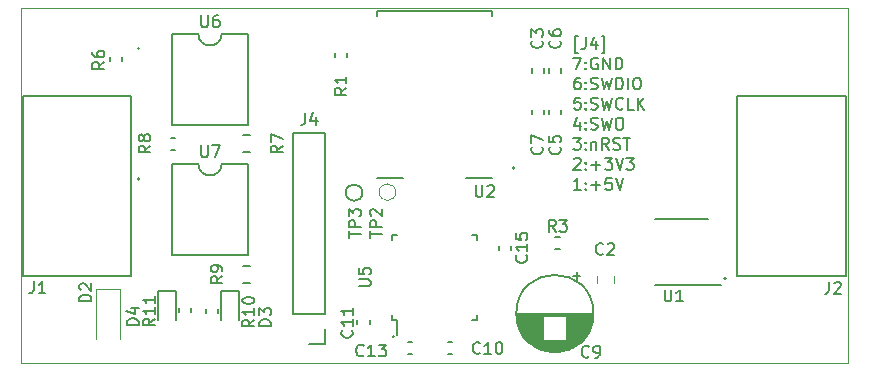
<source format=gto>
%TF.GenerationSoftware,KiCad,Pcbnew,5.1.8-db9833491~88~ubuntu20.04.1*%
%TF.CreationDate,2021-06-21T07:11:52+02:00*%
%TF.ProjectId,chain-oiler,63686169-6e2d-46f6-996c-65722e6b6963,rev?*%
%TF.SameCoordinates,Original*%
%TF.FileFunction,Legend,Top*%
%TF.FilePolarity,Positive*%
%FSLAX46Y46*%
G04 Gerber Fmt 4.6, Leading zero omitted, Abs format (unit mm)*
G04 Created by KiCad (PCBNEW 5.1.8-db9833491~88~ubuntu20.04.1) date 2021-06-21 07:11:52*
%MOMM*%
%LPD*%
G01*
G04 APERTURE LIST*
%ADD10C,0.150000*%
%ADD11C,0.200000*%
%TA.AperFunction,Profile*%
%ADD12C,0.050000*%
%TD*%
%ADD13C,0.120000*%
G04 APERTURE END LIST*
D10*
X110020711Y-114450000D02*
G75*
G03*
X110020711Y-114450000I-70711J0D01*
G01*
X110020711Y-103400000D02*
G75*
G03*
X110020711Y-103400000I-70711J0D01*
G01*
X159670711Y-122850000D02*
G75*
G03*
X159670711Y-122850000I-70711J0D01*
G01*
X131570711Y-127800000D02*
G75*
G03*
X131570711Y-127800000I-70711J0D01*
G01*
D11*
X147153809Y-103785714D02*
X146915714Y-103785714D01*
X146915714Y-102357142D01*
X147153809Y-102357142D01*
X147820476Y-102452380D02*
X147820476Y-103166666D01*
X147772857Y-103309523D01*
X147677619Y-103404761D01*
X147534761Y-103452380D01*
X147439523Y-103452380D01*
X148725238Y-102785714D02*
X148725238Y-103452380D01*
X148487142Y-102404761D02*
X148249047Y-103119047D01*
X148868095Y-103119047D01*
X149153809Y-103785714D02*
X149391904Y-103785714D01*
X149391904Y-102357142D01*
X149153809Y-102357142D01*
X146772857Y-104152380D02*
X147439523Y-104152380D01*
X147010952Y-105152380D01*
X147820476Y-105057142D02*
X147868095Y-105104761D01*
X147820476Y-105152380D01*
X147772857Y-105104761D01*
X147820476Y-105057142D01*
X147820476Y-105152380D01*
X147820476Y-104533333D02*
X147868095Y-104580952D01*
X147820476Y-104628571D01*
X147772857Y-104580952D01*
X147820476Y-104533333D01*
X147820476Y-104628571D01*
X148820476Y-104200000D02*
X148725238Y-104152380D01*
X148582380Y-104152380D01*
X148439523Y-104200000D01*
X148344285Y-104295238D01*
X148296666Y-104390476D01*
X148249047Y-104580952D01*
X148249047Y-104723809D01*
X148296666Y-104914285D01*
X148344285Y-105009523D01*
X148439523Y-105104761D01*
X148582380Y-105152380D01*
X148677619Y-105152380D01*
X148820476Y-105104761D01*
X148868095Y-105057142D01*
X148868095Y-104723809D01*
X148677619Y-104723809D01*
X149296666Y-105152380D02*
X149296666Y-104152380D01*
X149868095Y-105152380D01*
X149868095Y-104152380D01*
X150344285Y-105152380D02*
X150344285Y-104152380D01*
X150582380Y-104152380D01*
X150725238Y-104200000D01*
X150820476Y-104295238D01*
X150868095Y-104390476D01*
X150915714Y-104580952D01*
X150915714Y-104723809D01*
X150868095Y-104914285D01*
X150820476Y-105009523D01*
X150725238Y-105104761D01*
X150582380Y-105152380D01*
X150344285Y-105152380D01*
X147296666Y-105852380D02*
X147106190Y-105852380D01*
X147010952Y-105900000D01*
X146963333Y-105947619D01*
X146868095Y-106090476D01*
X146820476Y-106280952D01*
X146820476Y-106661904D01*
X146868095Y-106757142D01*
X146915714Y-106804761D01*
X147010952Y-106852380D01*
X147201428Y-106852380D01*
X147296666Y-106804761D01*
X147344285Y-106757142D01*
X147391904Y-106661904D01*
X147391904Y-106423809D01*
X147344285Y-106328571D01*
X147296666Y-106280952D01*
X147201428Y-106233333D01*
X147010952Y-106233333D01*
X146915714Y-106280952D01*
X146868095Y-106328571D01*
X146820476Y-106423809D01*
X147820476Y-106757142D02*
X147868095Y-106804761D01*
X147820476Y-106852380D01*
X147772857Y-106804761D01*
X147820476Y-106757142D01*
X147820476Y-106852380D01*
X147820476Y-106233333D02*
X147868095Y-106280952D01*
X147820476Y-106328571D01*
X147772857Y-106280952D01*
X147820476Y-106233333D01*
X147820476Y-106328571D01*
X148249047Y-106804761D02*
X148391904Y-106852380D01*
X148630000Y-106852380D01*
X148725238Y-106804761D01*
X148772857Y-106757142D01*
X148820476Y-106661904D01*
X148820476Y-106566666D01*
X148772857Y-106471428D01*
X148725238Y-106423809D01*
X148630000Y-106376190D01*
X148439523Y-106328571D01*
X148344285Y-106280952D01*
X148296666Y-106233333D01*
X148249047Y-106138095D01*
X148249047Y-106042857D01*
X148296666Y-105947619D01*
X148344285Y-105900000D01*
X148439523Y-105852380D01*
X148677619Y-105852380D01*
X148820476Y-105900000D01*
X149153809Y-105852380D02*
X149391904Y-106852380D01*
X149582380Y-106138095D01*
X149772857Y-106852380D01*
X150010952Y-105852380D01*
X150391904Y-106852380D02*
X150391904Y-105852380D01*
X150630000Y-105852380D01*
X150772857Y-105900000D01*
X150868095Y-105995238D01*
X150915714Y-106090476D01*
X150963333Y-106280952D01*
X150963333Y-106423809D01*
X150915714Y-106614285D01*
X150868095Y-106709523D01*
X150772857Y-106804761D01*
X150630000Y-106852380D01*
X150391904Y-106852380D01*
X151391904Y-106852380D02*
X151391904Y-105852380D01*
X152058571Y-105852380D02*
X152249047Y-105852380D01*
X152344285Y-105900000D01*
X152439523Y-105995238D01*
X152487142Y-106185714D01*
X152487142Y-106519047D01*
X152439523Y-106709523D01*
X152344285Y-106804761D01*
X152249047Y-106852380D01*
X152058571Y-106852380D01*
X151963333Y-106804761D01*
X151868095Y-106709523D01*
X151820476Y-106519047D01*
X151820476Y-106185714D01*
X151868095Y-105995238D01*
X151963333Y-105900000D01*
X152058571Y-105852380D01*
X147344285Y-107552380D02*
X146868095Y-107552380D01*
X146820476Y-108028571D01*
X146868095Y-107980952D01*
X146963333Y-107933333D01*
X147201428Y-107933333D01*
X147296666Y-107980952D01*
X147344285Y-108028571D01*
X147391904Y-108123809D01*
X147391904Y-108361904D01*
X147344285Y-108457142D01*
X147296666Y-108504761D01*
X147201428Y-108552380D01*
X146963333Y-108552380D01*
X146868095Y-108504761D01*
X146820476Y-108457142D01*
X147820476Y-108457142D02*
X147868095Y-108504761D01*
X147820476Y-108552380D01*
X147772857Y-108504761D01*
X147820476Y-108457142D01*
X147820476Y-108552380D01*
X147820476Y-107933333D02*
X147868095Y-107980952D01*
X147820476Y-108028571D01*
X147772857Y-107980952D01*
X147820476Y-107933333D01*
X147820476Y-108028571D01*
X148249047Y-108504761D02*
X148391904Y-108552380D01*
X148630000Y-108552380D01*
X148725238Y-108504761D01*
X148772857Y-108457142D01*
X148820476Y-108361904D01*
X148820476Y-108266666D01*
X148772857Y-108171428D01*
X148725238Y-108123809D01*
X148630000Y-108076190D01*
X148439523Y-108028571D01*
X148344285Y-107980952D01*
X148296666Y-107933333D01*
X148249047Y-107838095D01*
X148249047Y-107742857D01*
X148296666Y-107647619D01*
X148344285Y-107600000D01*
X148439523Y-107552380D01*
X148677619Y-107552380D01*
X148820476Y-107600000D01*
X149153809Y-107552380D02*
X149391904Y-108552380D01*
X149582380Y-107838095D01*
X149772857Y-108552380D01*
X150010952Y-107552380D01*
X150963333Y-108457142D02*
X150915714Y-108504761D01*
X150772857Y-108552380D01*
X150677619Y-108552380D01*
X150534761Y-108504761D01*
X150439523Y-108409523D01*
X150391904Y-108314285D01*
X150344285Y-108123809D01*
X150344285Y-107980952D01*
X150391904Y-107790476D01*
X150439523Y-107695238D01*
X150534761Y-107600000D01*
X150677619Y-107552380D01*
X150772857Y-107552380D01*
X150915714Y-107600000D01*
X150963333Y-107647619D01*
X151868095Y-108552380D02*
X151391904Y-108552380D01*
X151391904Y-107552380D01*
X152201428Y-108552380D02*
X152201428Y-107552380D01*
X152772857Y-108552380D02*
X152344285Y-107980952D01*
X152772857Y-107552380D02*
X152201428Y-108123809D01*
X147296666Y-109585714D02*
X147296666Y-110252380D01*
X147058571Y-109204761D02*
X146820476Y-109919047D01*
X147439523Y-109919047D01*
X147820476Y-110157142D02*
X147868095Y-110204761D01*
X147820476Y-110252380D01*
X147772857Y-110204761D01*
X147820476Y-110157142D01*
X147820476Y-110252380D01*
X147820476Y-109633333D02*
X147868095Y-109680952D01*
X147820476Y-109728571D01*
X147772857Y-109680952D01*
X147820476Y-109633333D01*
X147820476Y-109728571D01*
X148249047Y-110204761D02*
X148391904Y-110252380D01*
X148630000Y-110252380D01*
X148725238Y-110204761D01*
X148772857Y-110157142D01*
X148820476Y-110061904D01*
X148820476Y-109966666D01*
X148772857Y-109871428D01*
X148725238Y-109823809D01*
X148630000Y-109776190D01*
X148439523Y-109728571D01*
X148344285Y-109680952D01*
X148296666Y-109633333D01*
X148249047Y-109538095D01*
X148249047Y-109442857D01*
X148296666Y-109347619D01*
X148344285Y-109300000D01*
X148439523Y-109252380D01*
X148677619Y-109252380D01*
X148820476Y-109300000D01*
X149153809Y-109252380D02*
X149391904Y-110252380D01*
X149582380Y-109538095D01*
X149772857Y-110252380D01*
X150010952Y-109252380D01*
X150582380Y-109252380D02*
X150772857Y-109252380D01*
X150868095Y-109300000D01*
X150963333Y-109395238D01*
X151010952Y-109585714D01*
X151010952Y-109919047D01*
X150963333Y-110109523D01*
X150868095Y-110204761D01*
X150772857Y-110252380D01*
X150582380Y-110252380D01*
X150487142Y-110204761D01*
X150391904Y-110109523D01*
X150344285Y-109919047D01*
X150344285Y-109585714D01*
X150391904Y-109395238D01*
X150487142Y-109300000D01*
X150582380Y-109252380D01*
X146772857Y-110952380D02*
X147391904Y-110952380D01*
X147058571Y-111333333D01*
X147201428Y-111333333D01*
X147296666Y-111380952D01*
X147344285Y-111428571D01*
X147391904Y-111523809D01*
X147391904Y-111761904D01*
X147344285Y-111857142D01*
X147296666Y-111904761D01*
X147201428Y-111952380D01*
X146915714Y-111952380D01*
X146820476Y-111904761D01*
X146772857Y-111857142D01*
X147820476Y-111857142D02*
X147868095Y-111904761D01*
X147820476Y-111952380D01*
X147772857Y-111904761D01*
X147820476Y-111857142D01*
X147820476Y-111952380D01*
X147820476Y-111333333D02*
X147868095Y-111380952D01*
X147820476Y-111428571D01*
X147772857Y-111380952D01*
X147820476Y-111333333D01*
X147820476Y-111428571D01*
X148296666Y-111285714D02*
X148296666Y-111952380D01*
X148296666Y-111380952D02*
X148344285Y-111333333D01*
X148439523Y-111285714D01*
X148582380Y-111285714D01*
X148677619Y-111333333D01*
X148725238Y-111428571D01*
X148725238Y-111952380D01*
X149772857Y-111952380D02*
X149439523Y-111476190D01*
X149201428Y-111952380D02*
X149201428Y-110952380D01*
X149582380Y-110952380D01*
X149677619Y-111000000D01*
X149725238Y-111047619D01*
X149772857Y-111142857D01*
X149772857Y-111285714D01*
X149725238Y-111380952D01*
X149677619Y-111428571D01*
X149582380Y-111476190D01*
X149201428Y-111476190D01*
X150153809Y-111904761D02*
X150296666Y-111952380D01*
X150534761Y-111952380D01*
X150630000Y-111904761D01*
X150677619Y-111857142D01*
X150725238Y-111761904D01*
X150725238Y-111666666D01*
X150677619Y-111571428D01*
X150630000Y-111523809D01*
X150534761Y-111476190D01*
X150344285Y-111428571D01*
X150249047Y-111380952D01*
X150201428Y-111333333D01*
X150153809Y-111238095D01*
X150153809Y-111142857D01*
X150201428Y-111047619D01*
X150249047Y-111000000D01*
X150344285Y-110952380D01*
X150582380Y-110952380D01*
X150725238Y-111000000D01*
X151010952Y-110952380D02*
X151582380Y-110952380D01*
X151296666Y-111952380D02*
X151296666Y-110952380D01*
X146820476Y-112747619D02*
X146868095Y-112700000D01*
X146963333Y-112652380D01*
X147201428Y-112652380D01*
X147296666Y-112700000D01*
X147344285Y-112747619D01*
X147391904Y-112842857D01*
X147391904Y-112938095D01*
X147344285Y-113080952D01*
X146772857Y-113652380D01*
X147391904Y-113652380D01*
X147820476Y-113557142D02*
X147868095Y-113604761D01*
X147820476Y-113652380D01*
X147772857Y-113604761D01*
X147820476Y-113557142D01*
X147820476Y-113652380D01*
X147820476Y-113033333D02*
X147868095Y-113080952D01*
X147820476Y-113128571D01*
X147772857Y-113080952D01*
X147820476Y-113033333D01*
X147820476Y-113128571D01*
X148296666Y-113271428D02*
X149058571Y-113271428D01*
X148677619Y-113652380D02*
X148677619Y-112890476D01*
X149439523Y-112652380D02*
X150058571Y-112652380D01*
X149725238Y-113033333D01*
X149868095Y-113033333D01*
X149963333Y-113080952D01*
X150010952Y-113128571D01*
X150058571Y-113223809D01*
X150058571Y-113461904D01*
X150010952Y-113557142D01*
X149963333Y-113604761D01*
X149868095Y-113652380D01*
X149582380Y-113652380D01*
X149487142Y-113604761D01*
X149439523Y-113557142D01*
X150344285Y-112652380D02*
X150677619Y-113652380D01*
X151010952Y-112652380D01*
X151249047Y-112652380D02*
X151868095Y-112652380D01*
X151534761Y-113033333D01*
X151677619Y-113033333D01*
X151772857Y-113080952D01*
X151820476Y-113128571D01*
X151868095Y-113223809D01*
X151868095Y-113461904D01*
X151820476Y-113557142D01*
X151772857Y-113604761D01*
X151677619Y-113652380D01*
X151391904Y-113652380D01*
X151296666Y-113604761D01*
X151249047Y-113557142D01*
X147391904Y-115352380D02*
X146820476Y-115352380D01*
X147106190Y-115352380D02*
X147106190Y-114352380D01*
X147010952Y-114495238D01*
X146915714Y-114590476D01*
X146820476Y-114638095D01*
X147820476Y-115257142D02*
X147868095Y-115304761D01*
X147820476Y-115352380D01*
X147772857Y-115304761D01*
X147820476Y-115257142D01*
X147820476Y-115352380D01*
X147820476Y-114733333D02*
X147868095Y-114780952D01*
X147820476Y-114828571D01*
X147772857Y-114780952D01*
X147820476Y-114733333D01*
X147820476Y-114828571D01*
X148296666Y-114971428D02*
X149058571Y-114971428D01*
X148677619Y-115352380D02*
X148677619Y-114590476D01*
X150010952Y-114352380D02*
X149534761Y-114352380D01*
X149487142Y-114828571D01*
X149534761Y-114780952D01*
X149630000Y-114733333D01*
X149868095Y-114733333D01*
X149963333Y-114780952D01*
X150010952Y-114828571D01*
X150058571Y-114923809D01*
X150058571Y-115161904D01*
X150010952Y-115257142D01*
X149963333Y-115304761D01*
X149868095Y-115352380D01*
X149630000Y-115352380D01*
X149534761Y-115304761D01*
X149487142Y-115257142D01*
X150344285Y-114352380D02*
X150677619Y-115352380D01*
X151010952Y-114352380D01*
D12*
X100000000Y-100000000D02*
X100000000Y-130000000D01*
X170000000Y-100000000D02*
X100000000Y-100000000D01*
X170000000Y-130000000D02*
X170000000Y-100000000D01*
X100000000Y-130000000D02*
X170000000Y-130000000D01*
D11*
%TO.C,U5*%
X131840000Y-126360000D02*
X131840000Y-127650000D01*
X131390000Y-126360000D02*
X131840000Y-126360000D01*
X131390000Y-125910000D02*
X131390000Y-126360000D01*
X131390000Y-119140000D02*
X131840000Y-119140000D01*
X131390000Y-119590000D02*
X131390000Y-119140000D01*
X138610000Y-126360000D02*
X138160000Y-126360000D01*
X138610000Y-125910000D02*
X138610000Y-126360000D01*
X138610000Y-119140000D02*
X138160000Y-119140000D01*
X138610000Y-119590000D02*
X138610000Y-119140000D01*
%TO.C,U2*%
X139875000Y-114375000D02*
X137650000Y-114375000D01*
X132350000Y-114375000D02*
X130125000Y-114375000D01*
X139875000Y-100600000D02*
X139875000Y-100225000D01*
X139875000Y-100225000D02*
X130125000Y-100225000D01*
X130125000Y-100225000D02*
X130125000Y-100600000D01*
X141800000Y-113500000D02*
G75*
G03*
X141800000Y-113500000I-100000J0D01*
G01*
D13*
%TO.C,TP2*%
X131725000Y-115550000D02*
G75*
G03*
X131725000Y-115550000I-700000J0D01*
G01*
D11*
%TO.C,R8*%
X113021267Y-112010000D02*
X112678733Y-112010000D01*
X113021267Y-110990000D02*
X112678733Y-110990000D01*
%TO.C,R6*%
X108560000Y-104128733D02*
X108560000Y-104471267D01*
X107540000Y-104128733D02*
X107540000Y-104471267D01*
%TO.C,R1*%
X127610000Y-103778733D02*
X127610000Y-104121267D01*
X126590000Y-103778733D02*
X126590000Y-104121267D01*
D13*
%TO.C,C2*%
X150185000Y-123211252D02*
X150185000Y-122688748D01*
X148765000Y-123211252D02*
X148765000Y-122688748D01*
D11*
%TO.C,J4*%
X125730000Y-110530000D02*
X123070000Y-110530000D01*
X125730000Y-125830000D02*
X125730000Y-110530000D01*
X123070000Y-125830000D02*
X123070000Y-110530000D01*
X125730000Y-125830000D02*
X123070000Y-125830000D01*
X125730000Y-127100000D02*
X125730000Y-128430000D01*
X125730000Y-128430000D02*
X124400000Y-128430000D01*
%TO.C,C3*%
X144260000Y-105421267D02*
X144260000Y-105078733D01*
X143240000Y-105421267D02*
X143240000Y-105078733D01*
%TO.C,C5*%
X145760000Y-108578733D02*
X145760000Y-108921267D01*
X144740000Y-108578733D02*
X144740000Y-108921267D01*
%TO.C,C6*%
X144740000Y-105421267D02*
X144740000Y-105078733D01*
X145760000Y-105421267D02*
X145760000Y-105078733D01*
%TO.C,C7*%
X144260000Y-108578733D02*
X144260000Y-108921267D01*
X143240000Y-108578733D02*
X143240000Y-108921267D01*
%TO.C,C10*%
X136471267Y-128240000D02*
X136128733Y-128240000D01*
X136471267Y-129260000D02*
X136128733Y-129260000D01*
%TO.C,C11*%
X129510000Y-126721267D02*
X129510000Y-126378733D01*
X128490000Y-126721267D02*
X128490000Y-126378733D01*
D13*
%TO.C,D2*%
X108350000Y-128025000D02*
X108350000Y-123725000D01*
X108350000Y-123725000D02*
X106350000Y-123725000D01*
X106350000Y-123725000D02*
X106350000Y-128025000D01*
D11*
%TO.C,D3*%
X118435000Y-126400000D02*
X118435000Y-123940000D01*
X118435000Y-123940000D02*
X116965000Y-123940000D01*
X116965000Y-123940000D02*
X116965000Y-126400000D01*
%TO.C,D4*%
X111615000Y-123890000D02*
X111615000Y-126350000D01*
X113085000Y-123890000D02*
X111615000Y-123890000D01*
X113085000Y-126350000D02*
X113085000Y-123890000D01*
%TO.C,J1*%
X109350000Y-107380000D02*
X109350000Y-122620000D01*
X100150000Y-107380000D02*
X100140000Y-122620000D01*
X109350000Y-122620000D02*
X100150000Y-122620000D01*
X109350000Y-107380000D02*
X100150000Y-107380000D01*
%TO.C,J2*%
X160650000Y-122620000D02*
X169850000Y-122620000D01*
X160650000Y-107380000D02*
X169850000Y-107380000D01*
X169850000Y-122620000D02*
X169860000Y-107380000D01*
X160650000Y-122620000D02*
X160650000Y-107380000D01*
%TO.C,R3*%
X145253733Y-120385000D02*
X145596267Y-120385000D01*
X145253733Y-119365000D02*
X145596267Y-119365000D01*
%TO.C,R7*%
X119361252Y-110740000D02*
X118838748Y-110740000D01*
X119361252Y-112160000D02*
X118838748Y-112160000D01*
%TO.C,R9*%
X119361252Y-121790000D02*
X118838748Y-121790000D01*
X119361252Y-123210000D02*
X118838748Y-123210000D01*
%TO.C,R10*%
X116660000Y-125428733D02*
X116660000Y-125771267D01*
X115640000Y-125428733D02*
X115640000Y-125771267D01*
%TO.C,R11*%
X114385000Y-125378733D02*
X114385000Y-125721267D01*
X113365000Y-125378733D02*
X113365000Y-125721267D01*
%TO.C,U1*%
X158150000Y-117825000D02*
X153650000Y-117825000D01*
X159275000Y-123375000D02*
X153650000Y-123375000D01*
%TO.C,U6*%
X119235000Y-102130000D02*
X117000000Y-102130000D01*
X119235000Y-109870000D02*
X119235000Y-102130000D01*
X112765000Y-109870000D02*
X119235000Y-109870000D01*
X112765000Y-102130000D02*
X112765000Y-109870000D01*
X115000000Y-102130000D02*
X112765000Y-102130000D01*
X117000000Y-102130000D02*
G75*
G02*
X115000000Y-102130000I-1000000J0D01*
G01*
%TO.C,U7*%
X115000000Y-113130000D02*
X112765000Y-113130000D01*
X112765000Y-113130000D02*
X112765000Y-120870000D01*
X112765000Y-120870000D02*
X119235000Y-120870000D01*
X119235000Y-120870000D02*
X119235000Y-113130000D01*
X119235000Y-113130000D02*
X117000000Y-113130000D01*
X117000000Y-113130000D02*
G75*
G02*
X115000000Y-113130000I-1000000J0D01*
G01*
%TO.C,C9*%
X147354000Y-122639759D02*
X146724000Y-122639759D01*
X147039000Y-122324759D02*
X147039000Y-122954759D01*
X145602000Y-129066000D02*
X144798000Y-129066000D01*
X145833000Y-129026000D02*
X144567000Y-129026000D01*
X146002000Y-128986000D02*
X144398000Y-128986000D01*
X146140000Y-128946000D02*
X144260000Y-128946000D01*
X146259000Y-128906000D02*
X144141000Y-128906000D01*
X146365000Y-128866000D02*
X144035000Y-128866000D01*
X146462000Y-128826000D02*
X143938000Y-128826000D01*
X146550000Y-128786000D02*
X143850000Y-128786000D01*
X146632000Y-128746000D02*
X143768000Y-128746000D01*
X146709000Y-128706000D02*
X143691000Y-128706000D01*
X146781000Y-128666000D02*
X143619000Y-128666000D01*
X146850000Y-128626000D02*
X143550000Y-128626000D01*
X146914000Y-128586000D02*
X143486000Y-128586000D01*
X146976000Y-128546000D02*
X143424000Y-128546000D01*
X147034000Y-128506000D02*
X143366000Y-128506000D01*
X147090000Y-128466000D02*
X143310000Y-128466000D01*
X147144000Y-128426000D02*
X143256000Y-128426000D01*
X147195000Y-128386000D02*
X143205000Y-128386000D01*
X147244000Y-128346000D02*
X143156000Y-128346000D01*
X147292000Y-128306000D02*
X143108000Y-128306000D01*
X147337000Y-128266000D02*
X143063000Y-128266000D01*
X147382000Y-128226000D02*
X143018000Y-128226000D01*
X147424000Y-128186000D02*
X142976000Y-128186000D01*
X147465000Y-128146000D02*
X142935000Y-128146000D01*
X144160000Y-128106000D02*
X142895000Y-128106000D01*
X147505000Y-128106000D02*
X146240000Y-128106000D01*
X144160000Y-128066000D02*
X142857000Y-128066000D01*
X147543000Y-128066000D02*
X146240000Y-128066000D01*
X144160000Y-128026000D02*
X142820000Y-128026000D01*
X147580000Y-128026000D02*
X146240000Y-128026000D01*
X144160000Y-127986000D02*
X142784000Y-127986000D01*
X147616000Y-127986000D02*
X146240000Y-127986000D01*
X144160000Y-127946000D02*
X142750000Y-127946000D01*
X147650000Y-127946000D02*
X146240000Y-127946000D01*
X144160000Y-127906000D02*
X142716000Y-127906000D01*
X147684000Y-127906000D02*
X146240000Y-127906000D01*
X144160000Y-127866000D02*
X142684000Y-127866000D01*
X147716000Y-127866000D02*
X146240000Y-127866000D01*
X144160000Y-127826000D02*
X142652000Y-127826000D01*
X147748000Y-127826000D02*
X146240000Y-127826000D01*
X144160000Y-127786000D02*
X142622000Y-127786000D01*
X147778000Y-127786000D02*
X146240000Y-127786000D01*
X144160000Y-127746000D02*
X142593000Y-127746000D01*
X147807000Y-127746000D02*
X146240000Y-127746000D01*
X144160000Y-127706000D02*
X142564000Y-127706000D01*
X147836000Y-127706000D02*
X146240000Y-127706000D01*
X144160000Y-127666000D02*
X142536000Y-127666000D01*
X147864000Y-127666000D02*
X146240000Y-127666000D01*
X144160000Y-127626000D02*
X142510000Y-127626000D01*
X147890000Y-127626000D02*
X146240000Y-127626000D01*
X144160000Y-127586000D02*
X142484000Y-127586000D01*
X147916000Y-127586000D02*
X146240000Y-127586000D01*
X144160000Y-127546000D02*
X142458000Y-127546000D01*
X147942000Y-127546000D02*
X146240000Y-127546000D01*
X144160000Y-127506000D02*
X142434000Y-127506000D01*
X147966000Y-127506000D02*
X146240000Y-127506000D01*
X144160000Y-127466000D02*
X142410000Y-127466000D01*
X147990000Y-127466000D02*
X146240000Y-127466000D01*
X144160000Y-127426000D02*
X142388000Y-127426000D01*
X148012000Y-127426000D02*
X146240000Y-127426000D01*
X144160000Y-127386000D02*
X142366000Y-127386000D01*
X148034000Y-127386000D02*
X146240000Y-127386000D01*
X144160000Y-127346000D02*
X142344000Y-127346000D01*
X148056000Y-127346000D02*
X146240000Y-127346000D01*
X144160000Y-127306000D02*
X142324000Y-127306000D01*
X148076000Y-127306000D02*
X146240000Y-127306000D01*
X144160000Y-127266000D02*
X142304000Y-127266000D01*
X148096000Y-127266000D02*
X146240000Y-127266000D01*
X144160000Y-127226000D02*
X142284000Y-127226000D01*
X148116000Y-127226000D02*
X146240000Y-127226000D01*
X144160000Y-127186000D02*
X142266000Y-127186000D01*
X148134000Y-127186000D02*
X146240000Y-127186000D01*
X144160000Y-127146000D02*
X142248000Y-127146000D01*
X148152000Y-127146000D02*
X146240000Y-127146000D01*
X144160000Y-127106000D02*
X142230000Y-127106000D01*
X148170000Y-127106000D02*
X146240000Y-127106000D01*
X144160000Y-127066000D02*
X142214000Y-127066000D01*
X148186000Y-127066000D02*
X146240000Y-127066000D01*
X144160000Y-127026000D02*
X142198000Y-127026000D01*
X148202000Y-127026000D02*
X146240000Y-127026000D01*
X144160000Y-126986000D02*
X142182000Y-126986000D01*
X148218000Y-126986000D02*
X146240000Y-126986000D01*
X144160000Y-126946000D02*
X142167000Y-126946000D01*
X148233000Y-126946000D02*
X146240000Y-126946000D01*
X144160000Y-126906000D02*
X142153000Y-126906000D01*
X148247000Y-126906000D02*
X146240000Y-126906000D01*
X144160000Y-126866000D02*
X142139000Y-126866000D01*
X148261000Y-126866000D02*
X146240000Y-126866000D01*
X144160000Y-126826000D02*
X142126000Y-126826000D01*
X148274000Y-126826000D02*
X146240000Y-126826000D01*
X144160000Y-126786000D02*
X142114000Y-126786000D01*
X148286000Y-126786000D02*
X146240000Y-126786000D01*
X144160000Y-126746000D02*
X142102000Y-126746000D01*
X148298000Y-126746000D02*
X146240000Y-126746000D01*
X144160000Y-126706000D02*
X142090000Y-126706000D01*
X148310000Y-126706000D02*
X146240000Y-126706000D01*
X144160000Y-126666000D02*
X142079000Y-126666000D01*
X148321000Y-126666000D02*
X146240000Y-126666000D01*
X144160000Y-126626000D02*
X142069000Y-126626000D01*
X148331000Y-126626000D02*
X146240000Y-126626000D01*
X144160000Y-126586000D02*
X142059000Y-126586000D01*
X148341000Y-126586000D02*
X146240000Y-126586000D01*
X144160000Y-126546000D02*
X142050000Y-126546000D01*
X148350000Y-126546000D02*
X146240000Y-126546000D01*
X144160000Y-126505000D02*
X142041000Y-126505000D01*
X148359000Y-126505000D02*
X146240000Y-126505000D01*
X144160000Y-126465000D02*
X142033000Y-126465000D01*
X148367000Y-126465000D02*
X146240000Y-126465000D01*
X144160000Y-126425000D02*
X142025000Y-126425000D01*
X148375000Y-126425000D02*
X146240000Y-126425000D01*
X144160000Y-126385000D02*
X142018000Y-126385000D01*
X148382000Y-126385000D02*
X146240000Y-126385000D01*
X144160000Y-126345000D02*
X142011000Y-126345000D01*
X148389000Y-126345000D02*
X146240000Y-126345000D01*
X144160000Y-126305000D02*
X142005000Y-126305000D01*
X148395000Y-126305000D02*
X146240000Y-126305000D01*
X144160000Y-126265000D02*
X141999000Y-126265000D01*
X148401000Y-126265000D02*
X146240000Y-126265000D01*
X144160000Y-126225000D02*
X141994000Y-126225000D01*
X148406000Y-126225000D02*
X146240000Y-126225000D01*
X144160000Y-126185000D02*
X141989000Y-126185000D01*
X148411000Y-126185000D02*
X146240000Y-126185000D01*
X144160000Y-126145000D02*
X141985000Y-126145000D01*
X148415000Y-126145000D02*
X146240000Y-126145000D01*
X144160000Y-126105000D02*
X141982000Y-126105000D01*
X148418000Y-126105000D02*
X146240000Y-126105000D01*
X144160000Y-126065000D02*
X141978000Y-126065000D01*
X148422000Y-126065000D02*
X146240000Y-126065000D01*
X148424000Y-126025000D02*
X141976000Y-126025000D01*
X148427000Y-125985000D02*
X141973000Y-125985000D01*
X148428000Y-125945000D02*
X141972000Y-125945000D01*
X148430000Y-125905000D02*
X141970000Y-125905000D01*
X148430000Y-125865000D02*
X141970000Y-125865000D01*
X148430000Y-125825000D02*
X141970000Y-125825000D01*
X148470000Y-125825000D02*
G75*
G03*
X148470000Y-125825000I-3270000J0D01*
G01*
%TO.C,C13*%
X132728733Y-128240000D02*
X133071267Y-128240000D01*
X132728733Y-129260000D02*
X133071267Y-129260000D01*
%TO.C,C15*%
X140490000Y-120078733D02*
X140490000Y-120421267D01*
X141510000Y-120078733D02*
X141510000Y-120421267D01*
%TO.C,TP3*%
X128900000Y-115600000D02*
G75*
G03*
X128900000Y-115600000I-700000J0D01*
G01*
%TD*%
%TO.C,U5*%
X128602380Y-123511904D02*
X129411904Y-123511904D01*
X129507142Y-123464285D01*
X129554761Y-123416666D01*
X129602380Y-123321428D01*
X129602380Y-123130952D01*
X129554761Y-123035714D01*
X129507142Y-122988095D01*
X129411904Y-122940476D01*
X128602380Y-122940476D01*
X128602380Y-121988095D02*
X128602380Y-122464285D01*
X129078571Y-122511904D01*
X129030952Y-122464285D01*
X128983333Y-122369047D01*
X128983333Y-122130952D01*
X129030952Y-122035714D01*
X129078571Y-121988095D01*
X129173809Y-121940476D01*
X129411904Y-121940476D01*
X129507142Y-121988095D01*
X129554761Y-122035714D01*
X129602380Y-122130952D01*
X129602380Y-122369047D01*
X129554761Y-122464285D01*
X129507142Y-122511904D01*
%TO.C,U2*%
X138488095Y-114952380D02*
X138488095Y-115761904D01*
X138535714Y-115857142D01*
X138583333Y-115904761D01*
X138678571Y-115952380D01*
X138869047Y-115952380D01*
X138964285Y-115904761D01*
X139011904Y-115857142D01*
X139059523Y-115761904D01*
X139059523Y-114952380D01*
X139488095Y-115047619D02*
X139535714Y-115000000D01*
X139630952Y-114952380D01*
X139869047Y-114952380D01*
X139964285Y-115000000D01*
X140011904Y-115047619D01*
X140059523Y-115142857D01*
X140059523Y-115238095D01*
X140011904Y-115380952D01*
X139440476Y-115952380D01*
X140059523Y-115952380D01*
%TO.C,TP2*%
X129552380Y-119411904D02*
X129552380Y-118840476D01*
X130552380Y-119126190D02*
X129552380Y-119126190D01*
X130552380Y-118507142D02*
X129552380Y-118507142D01*
X129552380Y-118126190D01*
X129600000Y-118030952D01*
X129647619Y-117983333D01*
X129742857Y-117935714D01*
X129885714Y-117935714D01*
X129980952Y-117983333D01*
X130028571Y-118030952D01*
X130076190Y-118126190D01*
X130076190Y-118507142D01*
X129647619Y-117554761D02*
X129600000Y-117507142D01*
X129552380Y-117411904D01*
X129552380Y-117173809D01*
X129600000Y-117078571D01*
X129647619Y-117030952D01*
X129742857Y-116983333D01*
X129838095Y-116983333D01*
X129980952Y-117030952D01*
X130552380Y-117602380D01*
X130552380Y-116983333D01*
%TO.C,R8*%
X110952380Y-111616666D02*
X110476190Y-111950000D01*
X110952380Y-112188095D02*
X109952380Y-112188095D01*
X109952380Y-111807142D01*
X110000000Y-111711904D01*
X110047619Y-111664285D01*
X110142857Y-111616666D01*
X110285714Y-111616666D01*
X110380952Y-111664285D01*
X110428571Y-111711904D01*
X110476190Y-111807142D01*
X110476190Y-112188095D01*
X110380952Y-111045238D02*
X110333333Y-111140476D01*
X110285714Y-111188095D01*
X110190476Y-111235714D01*
X110142857Y-111235714D01*
X110047619Y-111188095D01*
X110000000Y-111140476D01*
X109952380Y-111045238D01*
X109952380Y-110854761D01*
X110000000Y-110759523D01*
X110047619Y-110711904D01*
X110142857Y-110664285D01*
X110190476Y-110664285D01*
X110285714Y-110711904D01*
X110333333Y-110759523D01*
X110380952Y-110854761D01*
X110380952Y-111045238D01*
X110428571Y-111140476D01*
X110476190Y-111188095D01*
X110571428Y-111235714D01*
X110761904Y-111235714D01*
X110857142Y-111188095D01*
X110904761Y-111140476D01*
X110952380Y-111045238D01*
X110952380Y-110854761D01*
X110904761Y-110759523D01*
X110857142Y-110711904D01*
X110761904Y-110664285D01*
X110571428Y-110664285D01*
X110476190Y-110711904D01*
X110428571Y-110759523D01*
X110380952Y-110854761D01*
%TO.C,R6*%
X107052380Y-104516666D02*
X106576190Y-104850000D01*
X107052380Y-105088095D02*
X106052380Y-105088095D01*
X106052380Y-104707142D01*
X106100000Y-104611904D01*
X106147619Y-104564285D01*
X106242857Y-104516666D01*
X106385714Y-104516666D01*
X106480952Y-104564285D01*
X106528571Y-104611904D01*
X106576190Y-104707142D01*
X106576190Y-105088095D01*
X106052380Y-103659523D02*
X106052380Y-103850000D01*
X106100000Y-103945238D01*
X106147619Y-103992857D01*
X106290476Y-104088095D01*
X106480952Y-104135714D01*
X106861904Y-104135714D01*
X106957142Y-104088095D01*
X107004761Y-104040476D01*
X107052380Y-103945238D01*
X107052380Y-103754761D01*
X107004761Y-103659523D01*
X106957142Y-103611904D01*
X106861904Y-103564285D01*
X106623809Y-103564285D01*
X106528571Y-103611904D01*
X106480952Y-103659523D01*
X106433333Y-103754761D01*
X106433333Y-103945238D01*
X106480952Y-104040476D01*
X106528571Y-104088095D01*
X106623809Y-104135714D01*
%TO.C,R1*%
X127552380Y-106716666D02*
X127076190Y-107050000D01*
X127552380Y-107288095D02*
X126552380Y-107288095D01*
X126552380Y-106907142D01*
X126600000Y-106811904D01*
X126647619Y-106764285D01*
X126742857Y-106716666D01*
X126885714Y-106716666D01*
X126980952Y-106764285D01*
X127028571Y-106811904D01*
X127076190Y-106907142D01*
X127076190Y-107288095D01*
X127552380Y-105764285D02*
X127552380Y-106335714D01*
X127552380Y-106050000D02*
X126552380Y-106050000D01*
X126695238Y-106145238D01*
X126790476Y-106240476D01*
X126838095Y-106335714D01*
%TO.C,C2*%
X149283333Y-120757142D02*
X149235714Y-120804761D01*
X149092857Y-120852380D01*
X148997619Y-120852380D01*
X148854761Y-120804761D01*
X148759523Y-120709523D01*
X148711904Y-120614285D01*
X148664285Y-120423809D01*
X148664285Y-120280952D01*
X148711904Y-120090476D01*
X148759523Y-119995238D01*
X148854761Y-119900000D01*
X148997619Y-119852380D01*
X149092857Y-119852380D01*
X149235714Y-119900000D01*
X149283333Y-119947619D01*
X149664285Y-119947619D02*
X149711904Y-119900000D01*
X149807142Y-119852380D01*
X150045238Y-119852380D01*
X150140476Y-119900000D01*
X150188095Y-119947619D01*
X150235714Y-120042857D01*
X150235714Y-120138095D01*
X150188095Y-120280952D01*
X149616666Y-120852380D01*
X150235714Y-120852380D01*
%TO.C,J4*%
X124066666Y-108852380D02*
X124066666Y-109566666D01*
X124019047Y-109709523D01*
X123923809Y-109804761D01*
X123780952Y-109852380D01*
X123685714Y-109852380D01*
X124971428Y-109185714D02*
X124971428Y-109852380D01*
X124733333Y-108804761D02*
X124495238Y-109519047D01*
X125114285Y-109519047D01*
%TO.C,C3*%
X144107142Y-102716666D02*
X144154761Y-102764285D01*
X144202380Y-102907142D01*
X144202380Y-103002380D01*
X144154761Y-103145238D01*
X144059523Y-103240476D01*
X143964285Y-103288095D01*
X143773809Y-103335714D01*
X143630952Y-103335714D01*
X143440476Y-103288095D01*
X143345238Y-103240476D01*
X143250000Y-103145238D01*
X143202380Y-103002380D01*
X143202380Y-102907142D01*
X143250000Y-102764285D01*
X143297619Y-102716666D01*
X143202380Y-102383333D02*
X143202380Y-101764285D01*
X143583333Y-102097619D01*
X143583333Y-101954761D01*
X143630952Y-101859523D01*
X143678571Y-101811904D01*
X143773809Y-101764285D01*
X144011904Y-101764285D01*
X144107142Y-101811904D01*
X144154761Y-101859523D01*
X144202380Y-101954761D01*
X144202380Y-102240476D01*
X144154761Y-102335714D01*
X144107142Y-102383333D01*
%TO.C,C5*%
X145607142Y-111716666D02*
X145654761Y-111764285D01*
X145702380Y-111907142D01*
X145702380Y-112002380D01*
X145654761Y-112145238D01*
X145559523Y-112240476D01*
X145464285Y-112288095D01*
X145273809Y-112335714D01*
X145130952Y-112335714D01*
X144940476Y-112288095D01*
X144845238Y-112240476D01*
X144750000Y-112145238D01*
X144702380Y-112002380D01*
X144702380Y-111907142D01*
X144750000Y-111764285D01*
X144797619Y-111716666D01*
X144702380Y-110811904D02*
X144702380Y-111288095D01*
X145178571Y-111335714D01*
X145130952Y-111288095D01*
X145083333Y-111192857D01*
X145083333Y-110954761D01*
X145130952Y-110859523D01*
X145178571Y-110811904D01*
X145273809Y-110764285D01*
X145511904Y-110764285D01*
X145607142Y-110811904D01*
X145654761Y-110859523D01*
X145702380Y-110954761D01*
X145702380Y-111192857D01*
X145654761Y-111288095D01*
X145607142Y-111335714D01*
%TO.C,C6*%
X145607142Y-102716666D02*
X145654761Y-102764285D01*
X145702380Y-102907142D01*
X145702380Y-103002380D01*
X145654761Y-103145238D01*
X145559523Y-103240476D01*
X145464285Y-103288095D01*
X145273809Y-103335714D01*
X145130952Y-103335714D01*
X144940476Y-103288095D01*
X144845238Y-103240476D01*
X144750000Y-103145238D01*
X144702380Y-103002380D01*
X144702380Y-102907142D01*
X144750000Y-102764285D01*
X144797619Y-102716666D01*
X144702380Y-101859523D02*
X144702380Y-102050000D01*
X144750000Y-102145238D01*
X144797619Y-102192857D01*
X144940476Y-102288095D01*
X145130952Y-102335714D01*
X145511904Y-102335714D01*
X145607142Y-102288095D01*
X145654761Y-102240476D01*
X145702380Y-102145238D01*
X145702380Y-101954761D01*
X145654761Y-101859523D01*
X145607142Y-101811904D01*
X145511904Y-101764285D01*
X145273809Y-101764285D01*
X145178571Y-101811904D01*
X145130952Y-101859523D01*
X145083333Y-101954761D01*
X145083333Y-102145238D01*
X145130952Y-102240476D01*
X145178571Y-102288095D01*
X145273809Y-102335714D01*
%TO.C,C7*%
X144107142Y-111716666D02*
X144154761Y-111764285D01*
X144202380Y-111907142D01*
X144202380Y-112002380D01*
X144154761Y-112145238D01*
X144059523Y-112240476D01*
X143964285Y-112288095D01*
X143773809Y-112335714D01*
X143630952Y-112335714D01*
X143440476Y-112288095D01*
X143345238Y-112240476D01*
X143250000Y-112145238D01*
X143202380Y-112002380D01*
X143202380Y-111907142D01*
X143250000Y-111764285D01*
X143297619Y-111716666D01*
X143202380Y-111383333D02*
X143202380Y-110716666D01*
X144202380Y-111145238D01*
%TO.C,C10*%
X138857142Y-129157142D02*
X138809523Y-129204761D01*
X138666666Y-129252380D01*
X138571428Y-129252380D01*
X138428571Y-129204761D01*
X138333333Y-129109523D01*
X138285714Y-129014285D01*
X138238095Y-128823809D01*
X138238095Y-128680952D01*
X138285714Y-128490476D01*
X138333333Y-128395238D01*
X138428571Y-128300000D01*
X138571428Y-128252380D01*
X138666666Y-128252380D01*
X138809523Y-128300000D01*
X138857142Y-128347619D01*
X139809523Y-129252380D02*
X139238095Y-129252380D01*
X139523809Y-129252380D02*
X139523809Y-128252380D01*
X139428571Y-128395238D01*
X139333333Y-128490476D01*
X139238095Y-128538095D01*
X140428571Y-128252380D02*
X140523809Y-128252380D01*
X140619047Y-128300000D01*
X140666666Y-128347619D01*
X140714285Y-128442857D01*
X140761904Y-128633333D01*
X140761904Y-128871428D01*
X140714285Y-129061904D01*
X140666666Y-129157142D01*
X140619047Y-129204761D01*
X140523809Y-129252380D01*
X140428571Y-129252380D01*
X140333333Y-129204761D01*
X140285714Y-129157142D01*
X140238095Y-129061904D01*
X140190476Y-128871428D01*
X140190476Y-128633333D01*
X140238095Y-128442857D01*
X140285714Y-128347619D01*
X140333333Y-128300000D01*
X140428571Y-128252380D01*
%TO.C,C11*%
X128007142Y-127242857D02*
X128054761Y-127290476D01*
X128102380Y-127433333D01*
X128102380Y-127528571D01*
X128054761Y-127671428D01*
X127959523Y-127766666D01*
X127864285Y-127814285D01*
X127673809Y-127861904D01*
X127530952Y-127861904D01*
X127340476Y-127814285D01*
X127245238Y-127766666D01*
X127150000Y-127671428D01*
X127102380Y-127528571D01*
X127102380Y-127433333D01*
X127150000Y-127290476D01*
X127197619Y-127242857D01*
X128102380Y-126290476D02*
X128102380Y-126861904D01*
X128102380Y-126576190D02*
X127102380Y-126576190D01*
X127245238Y-126671428D01*
X127340476Y-126766666D01*
X127388095Y-126861904D01*
X128102380Y-125338095D02*
X128102380Y-125909523D01*
X128102380Y-125623809D02*
X127102380Y-125623809D01*
X127245238Y-125719047D01*
X127340476Y-125814285D01*
X127388095Y-125909523D01*
%TO.C,D2*%
X105952380Y-124788095D02*
X104952380Y-124788095D01*
X104952380Y-124550000D01*
X105000000Y-124407142D01*
X105095238Y-124311904D01*
X105190476Y-124264285D01*
X105380952Y-124216666D01*
X105523809Y-124216666D01*
X105714285Y-124264285D01*
X105809523Y-124311904D01*
X105904761Y-124407142D01*
X105952380Y-124550000D01*
X105952380Y-124788095D01*
X105047619Y-123835714D02*
X105000000Y-123788095D01*
X104952380Y-123692857D01*
X104952380Y-123454761D01*
X105000000Y-123359523D01*
X105047619Y-123311904D01*
X105142857Y-123264285D01*
X105238095Y-123264285D01*
X105380952Y-123311904D01*
X105952380Y-123883333D01*
X105952380Y-123264285D01*
%TO.C,D3*%
X121152380Y-126888095D02*
X120152380Y-126888095D01*
X120152380Y-126650000D01*
X120200000Y-126507142D01*
X120295238Y-126411904D01*
X120390476Y-126364285D01*
X120580952Y-126316666D01*
X120723809Y-126316666D01*
X120914285Y-126364285D01*
X121009523Y-126411904D01*
X121104761Y-126507142D01*
X121152380Y-126650000D01*
X121152380Y-126888095D01*
X120152380Y-125983333D02*
X120152380Y-125364285D01*
X120533333Y-125697619D01*
X120533333Y-125554761D01*
X120580952Y-125459523D01*
X120628571Y-125411904D01*
X120723809Y-125364285D01*
X120961904Y-125364285D01*
X121057142Y-125411904D01*
X121104761Y-125459523D01*
X121152380Y-125554761D01*
X121152380Y-125840476D01*
X121104761Y-125935714D01*
X121057142Y-125983333D01*
%TO.C,D4*%
X109952380Y-126813095D02*
X108952380Y-126813095D01*
X108952380Y-126575000D01*
X109000000Y-126432142D01*
X109095238Y-126336904D01*
X109190476Y-126289285D01*
X109380952Y-126241666D01*
X109523809Y-126241666D01*
X109714285Y-126289285D01*
X109809523Y-126336904D01*
X109904761Y-126432142D01*
X109952380Y-126575000D01*
X109952380Y-126813095D01*
X109285714Y-125384523D02*
X109952380Y-125384523D01*
X108904761Y-125622619D02*
X109619047Y-125860714D01*
X109619047Y-125241666D01*
%TO.C,J1*%
X101066666Y-123102380D02*
X101066666Y-123816666D01*
X101019047Y-123959523D01*
X100923809Y-124054761D01*
X100780952Y-124102380D01*
X100685714Y-124102380D01*
X102066666Y-124102380D02*
X101495238Y-124102380D01*
X101780952Y-124102380D02*
X101780952Y-123102380D01*
X101685714Y-123245238D01*
X101590476Y-123340476D01*
X101495238Y-123388095D01*
%TO.C,J2*%
X168416666Y-123152380D02*
X168416666Y-123866666D01*
X168369047Y-124009523D01*
X168273809Y-124104761D01*
X168130952Y-124152380D01*
X168035714Y-124152380D01*
X168845238Y-123247619D02*
X168892857Y-123200000D01*
X168988095Y-123152380D01*
X169226190Y-123152380D01*
X169321428Y-123200000D01*
X169369047Y-123247619D01*
X169416666Y-123342857D01*
X169416666Y-123438095D01*
X169369047Y-123580952D01*
X168797619Y-124152380D01*
X169416666Y-124152380D01*
%TO.C,R3*%
X145258333Y-118897380D02*
X144925000Y-118421190D01*
X144686904Y-118897380D02*
X144686904Y-117897380D01*
X145067857Y-117897380D01*
X145163095Y-117945000D01*
X145210714Y-117992619D01*
X145258333Y-118087857D01*
X145258333Y-118230714D01*
X145210714Y-118325952D01*
X145163095Y-118373571D01*
X145067857Y-118421190D01*
X144686904Y-118421190D01*
X145591666Y-117897380D02*
X146210714Y-117897380D01*
X145877380Y-118278333D01*
X146020238Y-118278333D01*
X146115476Y-118325952D01*
X146163095Y-118373571D01*
X146210714Y-118468809D01*
X146210714Y-118706904D01*
X146163095Y-118802142D01*
X146115476Y-118849761D01*
X146020238Y-118897380D01*
X145734523Y-118897380D01*
X145639285Y-118849761D01*
X145591666Y-118802142D01*
%TO.C,R7*%
X122152380Y-111616666D02*
X121676190Y-111950000D01*
X122152380Y-112188095D02*
X121152380Y-112188095D01*
X121152380Y-111807142D01*
X121200000Y-111711904D01*
X121247619Y-111664285D01*
X121342857Y-111616666D01*
X121485714Y-111616666D01*
X121580952Y-111664285D01*
X121628571Y-111711904D01*
X121676190Y-111807142D01*
X121676190Y-112188095D01*
X121152380Y-111283333D02*
X121152380Y-110616666D01*
X122152380Y-111045238D01*
%TO.C,R9*%
X117052380Y-122666666D02*
X116576190Y-123000000D01*
X117052380Y-123238095D02*
X116052380Y-123238095D01*
X116052380Y-122857142D01*
X116100000Y-122761904D01*
X116147619Y-122714285D01*
X116242857Y-122666666D01*
X116385714Y-122666666D01*
X116480952Y-122714285D01*
X116528571Y-122761904D01*
X116576190Y-122857142D01*
X116576190Y-123238095D01*
X117052380Y-122190476D02*
X117052380Y-122000000D01*
X117004761Y-121904761D01*
X116957142Y-121857142D01*
X116814285Y-121761904D01*
X116623809Y-121714285D01*
X116242857Y-121714285D01*
X116147619Y-121761904D01*
X116100000Y-121809523D01*
X116052380Y-121904761D01*
X116052380Y-122095238D01*
X116100000Y-122190476D01*
X116147619Y-122238095D01*
X116242857Y-122285714D01*
X116480952Y-122285714D01*
X116576190Y-122238095D01*
X116623809Y-122190476D01*
X116671428Y-122095238D01*
X116671428Y-121904761D01*
X116623809Y-121809523D01*
X116576190Y-121761904D01*
X116480952Y-121714285D01*
%TO.C,R10*%
X119752380Y-126342857D02*
X119276190Y-126676190D01*
X119752380Y-126914285D02*
X118752380Y-126914285D01*
X118752380Y-126533333D01*
X118800000Y-126438095D01*
X118847619Y-126390476D01*
X118942857Y-126342857D01*
X119085714Y-126342857D01*
X119180952Y-126390476D01*
X119228571Y-126438095D01*
X119276190Y-126533333D01*
X119276190Y-126914285D01*
X119752380Y-125390476D02*
X119752380Y-125961904D01*
X119752380Y-125676190D02*
X118752380Y-125676190D01*
X118895238Y-125771428D01*
X118990476Y-125866666D01*
X119038095Y-125961904D01*
X118752380Y-124771428D02*
X118752380Y-124676190D01*
X118800000Y-124580952D01*
X118847619Y-124533333D01*
X118942857Y-124485714D01*
X119133333Y-124438095D01*
X119371428Y-124438095D01*
X119561904Y-124485714D01*
X119657142Y-124533333D01*
X119704761Y-124580952D01*
X119752380Y-124676190D01*
X119752380Y-124771428D01*
X119704761Y-124866666D01*
X119657142Y-124914285D01*
X119561904Y-124961904D01*
X119371428Y-125009523D01*
X119133333Y-125009523D01*
X118942857Y-124961904D01*
X118847619Y-124914285D01*
X118800000Y-124866666D01*
X118752380Y-124771428D01*
%TO.C,R11*%
X111327380Y-126267857D02*
X110851190Y-126601190D01*
X111327380Y-126839285D02*
X110327380Y-126839285D01*
X110327380Y-126458333D01*
X110375000Y-126363095D01*
X110422619Y-126315476D01*
X110517857Y-126267857D01*
X110660714Y-126267857D01*
X110755952Y-126315476D01*
X110803571Y-126363095D01*
X110851190Y-126458333D01*
X110851190Y-126839285D01*
X111327380Y-125315476D02*
X111327380Y-125886904D01*
X111327380Y-125601190D02*
X110327380Y-125601190D01*
X110470238Y-125696428D01*
X110565476Y-125791666D01*
X110613095Y-125886904D01*
X111327380Y-124363095D02*
X111327380Y-124934523D01*
X111327380Y-124648809D02*
X110327380Y-124648809D01*
X110470238Y-124744047D01*
X110565476Y-124839285D01*
X110613095Y-124934523D01*
%TO.C,U1*%
X154488095Y-123802380D02*
X154488095Y-124611904D01*
X154535714Y-124707142D01*
X154583333Y-124754761D01*
X154678571Y-124802380D01*
X154869047Y-124802380D01*
X154964285Y-124754761D01*
X155011904Y-124707142D01*
X155059523Y-124611904D01*
X155059523Y-123802380D01*
X156059523Y-124802380D02*
X155488095Y-124802380D01*
X155773809Y-124802380D02*
X155773809Y-123802380D01*
X155678571Y-123945238D01*
X155583333Y-124040476D01*
X155488095Y-124088095D01*
%TO.C,U6*%
X115238095Y-100582380D02*
X115238095Y-101391904D01*
X115285714Y-101487142D01*
X115333333Y-101534761D01*
X115428571Y-101582380D01*
X115619047Y-101582380D01*
X115714285Y-101534761D01*
X115761904Y-101487142D01*
X115809523Y-101391904D01*
X115809523Y-100582380D01*
X116714285Y-100582380D02*
X116523809Y-100582380D01*
X116428571Y-100630000D01*
X116380952Y-100677619D01*
X116285714Y-100820476D01*
X116238095Y-101010952D01*
X116238095Y-101391904D01*
X116285714Y-101487142D01*
X116333333Y-101534761D01*
X116428571Y-101582380D01*
X116619047Y-101582380D01*
X116714285Y-101534761D01*
X116761904Y-101487142D01*
X116809523Y-101391904D01*
X116809523Y-101153809D01*
X116761904Y-101058571D01*
X116714285Y-101010952D01*
X116619047Y-100963333D01*
X116428571Y-100963333D01*
X116333333Y-101010952D01*
X116285714Y-101058571D01*
X116238095Y-101153809D01*
%TO.C,U7*%
X115238095Y-111582380D02*
X115238095Y-112391904D01*
X115285714Y-112487142D01*
X115333333Y-112534761D01*
X115428571Y-112582380D01*
X115619047Y-112582380D01*
X115714285Y-112534761D01*
X115761904Y-112487142D01*
X115809523Y-112391904D01*
X115809523Y-111582380D01*
X116190476Y-111582380D02*
X116857142Y-111582380D01*
X116428571Y-112582380D01*
%TO.C,C9*%
X148083333Y-129457142D02*
X148035714Y-129504761D01*
X147892857Y-129552380D01*
X147797619Y-129552380D01*
X147654761Y-129504761D01*
X147559523Y-129409523D01*
X147511904Y-129314285D01*
X147464285Y-129123809D01*
X147464285Y-128980952D01*
X147511904Y-128790476D01*
X147559523Y-128695238D01*
X147654761Y-128600000D01*
X147797619Y-128552380D01*
X147892857Y-128552380D01*
X148035714Y-128600000D01*
X148083333Y-128647619D01*
X148559523Y-129552380D02*
X148750000Y-129552380D01*
X148845238Y-129504761D01*
X148892857Y-129457142D01*
X148988095Y-129314285D01*
X149035714Y-129123809D01*
X149035714Y-128742857D01*
X148988095Y-128647619D01*
X148940476Y-128600000D01*
X148845238Y-128552380D01*
X148654761Y-128552380D01*
X148559523Y-128600000D01*
X148511904Y-128647619D01*
X148464285Y-128742857D01*
X148464285Y-128980952D01*
X148511904Y-129076190D01*
X148559523Y-129123809D01*
X148654761Y-129171428D01*
X148845238Y-129171428D01*
X148940476Y-129123809D01*
X148988095Y-129076190D01*
X149035714Y-128980952D01*
%TO.C,C13*%
X129007142Y-129357142D02*
X128959523Y-129404761D01*
X128816666Y-129452380D01*
X128721428Y-129452380D01*
X128578571Y-129404761D01*
X128483333Y-129309523D01*
X128435714Y-129214285D01*
X128388095Y-129023809D01*
X128388095Y-128880952D01*
X128435714Y-128690476D01*
X128483333Y-128595238D01*
X128578571Y-128500000D01*
X128721428Y-128452380D01*
X128816666Y-128452380D01*
X128959523Y-128500000D01*
X129007142Y-128547619D01*
X129959523Y-129452380D02*
X129388095Y-129452380D01*
X129673809Y-129452380D02*
X129673809Y-128452380D01*
X129578571Y-128595238D01*
X129483333Y-128690476D01*
X129388095Y-128738095D01*
X130292857Y-128452380D02*
X130911904Y-128452380D01*
X130578571Y-128833333D01*
X130721428Y-128833333D01*
X130816666Y-128880952D01*
X130864285Y-128928571D01*
X130911904Y-129023809D01*
X130911904Y-129261904D01*
X130864285Y-129357142D01*
X130816666Y-129404761D01*
X130721428Y-129452380D01*
X130435714Y-129452380D01*
X130340476Y-129404761D01*
X130292857Y-129357142D01*
%TO.C,C15*%
X142787142Y-120892857D02*
X142834761Y-120940476D01*
X142882380Y-121083333D01*
X142882380Y-121178571D01*
X142834761Y-121321428D01*
X142739523Y-121416666D01*
X142644285Y-121464285D01*
X142453809Y-121511904D01*
X142310952Y-121511904D01*
X142120476Y-121464285D01*
X142025238Y-121416666D01*
X141930000Y-121321428D01*
X141882380Y-121178571D01*
X141882380Y-121083333D01*
X141930000Y-120940476D01*
X141977619Y-120892857D01*
X142882380Y-119940476D02*
X142882380Y-120511904D01*
X142882380Y-120226190D02*
X141882380Y-120226190D01*
X142025238Y-120321428D01*
X142120476Y-120416666D01*
X142168095Y-120511904D01*
X141882380Y-119035714D02*
X141882380Y-119511904D01*
X142358571Y-119559523D01*
X142310952Y-119511904D01*
X142263333Y-119416666D01*
X142263333Y-119178571D01*
X142310952Y-119083333D01*
X142358571Y-119035714D01*
X142453809Y-118988095D01*
X142691904Y-118988095D01*
X142787142Y-119035714D01*
X142834761Y-119083333D01*
X142882380Y-119178571D01*
X142882380Y-119416666D01*
X142834761Y-119511904D01*
X142787142Y-119559523D01*
%TO.C,TP3*%
X127752380Y-119411904D02*
X127752380Y-118840476D01*
X128752380Y-119126190D02*
X127752380Y-119126190D01*
X128752380Y-118507142D02*
X127752380Y-118507142D01*
X127752380Y-118126190D01*
X127800000Y-118030952D01*
X127847619Y-117983333D01*
X127942857Y-117935714D01*
X128085714Y-117935714D01*
X128180952Y-117983333D01*
X128228571Y-118030952D01*
X128276190Y-118126190D01*
X128276190Y-118507142D01*
X127752380Y-117602380D02*
X127752380Y-116983333D01*
X128133333Y-117316666D01*
X128133333Y-117173809D01*
X128180952Y-117078571D01*
X128228571Y-117030952D01*
X128323809Y-116983333D01*
X128561904Y-116983333D01*
X128657142Y-117030952D01*
X128704761Y-117078571D01*
X128752380Y-117173809D01*
X128752380Y-117459523D01*
X128704761Y-117554761D01*
X128657142Y-117602380D01*
%TD*%
M02*

</source>
